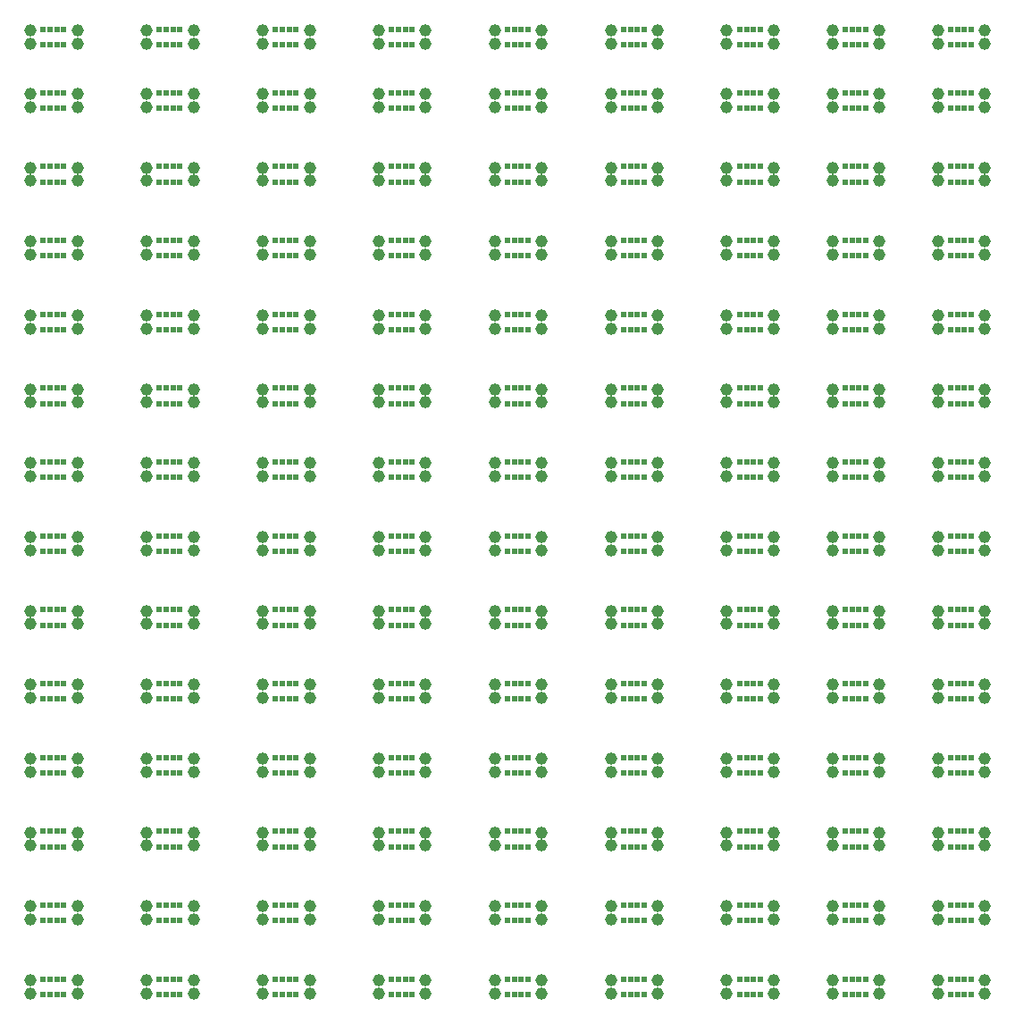
<source format=gts>
G75*
%MOIN*%
%OFA0B0*%
%FSLAX25Y25*%
%IPPOS*%
%LPD*%
%AMOC8*
5,1,8,0,0,1.08239X$1,22.5*
%
%ADD10C,0.04572*%
%ADD11R,0.02375X0.02375*%
D10*
X0023938Y0020434D03*
X0023938Y0025355D03*
X0041536Y0025355D03*
X0041536Y0020434D03*
X0067245Y0020434D03*
X0067245Y0025355D03*
X0084843Y0025355D03*
X0084843Y0020434D03*
X0110552Y0020434D03*
X0110552Y0025355D03*
X0128150Y0025355D03*
X0128150Y0020434D03*
X0153859Y0020434D03*
X0153859Y0025355D03*
X0171457Y0025355D03*
X0171457Y0020434D03*
X0197166Y0020434D03*
X0197166Y0025355D03*
X0214765Y0025355D03*
X0214765Y0020434D03*
X0240473Y0020434D03*
X0240473Y0025355D03*
X0258072Y0025355D03*
X0258072Y0020434D03*
X0283780Y0020434D03*
X0283780Y0025355D03*
X0301379Y0025355D03*
X0301379Y0020434D03*
X0323150Y0020434D03*
X0323150Y0025355D03*
X0340749Y0025355D03*
X0340749Y0020434D03*
X0362520Y0020434D03*
X0362520Y0025355D03*
X0380119Y0025355D03*
X0380119Y0020434D03*
X0380119Y0047993D03*
X0380119Y0052914D03*
X0362520Y0052914D03*
X0362520Y0047993D03*
X0340749Y0047993D03*
X0340749Y0052914D03*
X0323150Y0052914D03*
X0323150Y0047993D03*
X0301379Y0047993D03*
X0301379Y0052914D03*
X0283780Y0052914D03*
X0283780Y0047993D03*
X0258072Y0047993D03*
X0258072Y0052914D03*
X0240473Y0052914D03*
X0240473Y0047993D03*
X0214765Y0047993D03*
X0214765Y0052914D03*
X0197166Y0052914D03*
X0197166Y0047993D03*
X0171457Y0047993D03*
X0171457Y0052914D03*
X0153859Y0052914D03*
X0153859Y0047993D03*
X0128150Y0047993D03*
X0128150Y0052914D03*
X0110552Y0052914D03*
X0110552Y0047993D03*
X0084843Y0047993D03*
X0084843Y0052914D03*
X0067245Y0052914D03*
X0067245Y0047993D03*
X0041536Y0047993D03*
X0041536Y0052914D03*
X0023938Y0052914D03*
X0023938Y0047993D03*
X0023938Y0075552D03*
X0023938Y0080473D03*
X0041536Y0080473D03*
X0041536Y0075552D03*
X0067245Y0075552D03*
X0067245Y0080473D03*
X0084843Y0080473D03*
X0084843Y0075552D03*
X0110552Y0075552D03*
X0110552Y0080473D03*
X0128150Y0080473D03*
X0128150Y0075552D03*
X0153859Y0075552D03*
X0153859Y0080473D03*
X0171457Y0080473D03*
X0171457Y0075552D03*
X0197166Y0075552D03*
X0197166Y0080473D03*
X0214765Y0080473D03*
X0214765Y0075552D03*
X0240473Y0075552D03*
X0240473Y0080473D03*
X0258072Y0080473D03*
X0258072Y0075552D03*
X0283780Y0075552D03*
X0283780Y0080473D03*
X0301379Y0080473D03*
X0301379Y0075552D03*
X0323150Y0075552D03*
X0323150Y0080473D03*
X0340749Y0080473D03*
X0340749Y0075552D03*
X0362520Y0075552D03*
X0362520Y0080473D03*
X0380119Y0080473D03*
X0380119Y0075552D03*
X0380119Y0103111D03*
X0380119Y0108032D03*
X0362520Y0108032D03*
X0362520Y0103111D03*
X0340749Y0103111D03*
X0340749Y0108032D03*
X0323150Y0108032D03*
X0323150Y0103111D03*
X0301379Y0103111D03*
X0301379Y0108032D03*
X0283780Y0108032D03*
X0283780Y0103111D03*
X0258072Y0103111D03*
X0258072Y0108032D03*
X0240473Y0108032D03*
X0240473Y0103111D03*
X0214765Y0103111D03*
X0214765Y0108032D03*
X0197166Y0108032D03*
X0197166Y0103111D03*
X0171457Y0103111D03*
X0171457Y0108032D03*
X0153859Y0108032D03*
X0153859Y0103111D03*
X0128150Y0103111D03*
X0128150Y0108032D03*
X0110552Y0108032D03*
X0110552Y0103111D03*
X0084843Y0103111D03*
X0084843Y0108032D03*
X0067245Y0108032D03*
X0067245Y0103111D03*
X0041536Y0103111D03*
X0041536Y0108032D03*
X0023938Y0108032D03*
X0023938Y0103111D03*
X0023938Y0130670D03*
X0023938Y0135591D03*
X0041536Y0135591D03*
X0041536Y0130670D03*
X0067245Y0130670D03*
X0067245Y0135591D03*
X0084843Y0135591D03*
X0084843Y0130670D03*
X0110552Y0130670D03*
X0110552Y0135591D03*
X0128150Y0135591D03*
X0128150Y0130670D03*
X0153859Y0130670D03*
X0153859Y0135591D03*
X0171457Y0135591D03*
X0171457Y0130670D03*
X0197166Y0130670D03*
X0197166Y0135591D03*
X0214765Y0135591D03*
X0214765Y0130670D03*
X0240473Y0130670D03*
X0240473Y0135591D03*
X0258072Y0135591D03*
X0258072Y0130670D03*
X0283780Y0130670D03*
X0283780Y0135591D03*
X0301379Y0135591D03*
X0301379Y0130670D03*
X0323150Y0130670D03*
X0323150Y0135591D03*
X0340749Y0135591D03*
X0340749Y0130670D03*
X0362520Y0130670D03*
X0362520Y0135591D03*
X0380119Y0135591D03*
X0380119Y0130670D03*
X0380119Y0158229D03*
X0380119Y0163150D03*
X0362520Y0163150D03*
X0362520Y0158229D03*
X0340749Y0158229D03*
X0340749Y0163150D03*
X0323150Y0163150D03*
X0323150Y0158229D03*
X0301379Y0158229D03*
X0301379Y0163150D03*
X0283780Y0163150D03*
X0283780Y0158229D03*
X0258072Y0158229D03*
X0258072Y0163150D03*
X0240473Y0163150D03*
X0240473Y0158229D03*
X0214765Y0158229D03*
X0214765Y0163150D03*
X0197166Y0163150D03*
X0197166Y0158229D03*
X0171457Y0158229D03*
X0171457Y0163150D03*
X0153859Y0163150D03*
X0153859Y0158229D03*
X0128150Y0158229D03*
X0128150Y0163150D03*
X0110552Y0163150D03*
X0110552Y0158229D03*
X0084843Y0158229D03*
X0084843Y0163150D03*
X0067245Y0163150D03*
X0067245Y0158229D03*
X0041536Y0158229D03*
X0041536Y0163150D03*
X0023938Y0163150D03*
X0023938Y0158229D03*
X0023938Y0185788D03*
X0023938Y0190709D03*
X0041536Y0190709D03*
X0041536Y0185788D03*
X0067245Y0185788D03*
X0067245Y0190709D03*
X0084843Y0190709D03*
X0084843Y0185788D03*
X0110552Y0185788D03*
X0110552Y0190709D03*
X0128150Y0190709D03*
X0128150Y0185788D03*
X0153859Y0185788D03*
X0153859Y0190709D03*
X0171457Y0190709D03*
X0171457Y0185788D03*
X0197166Y0185788D03*
X0197166Y0190709D03*
X0214765Y0190709D03*
X0214765Y0185788D03*
X0240473Y0185788D03*
X0240473Y0190709D03*
X0258072Y0190709D03*
X0258072Y0185788D03*
X0283780Y0185788D03*
X0283780Y0190709D03*
X0301379Y0190709D03*
X0301379Y0185788D03*
X0323150Y0185788D03*
X0323150Y0190709D03*
X0340749Y0190709D03*
X0340749Y0185788D03*
X0362520Y0185788D03*
X0362520Y0190709D03*
X0380119Y0190709D03*
X0380119Y0185788D03*
X0380119Y0213347D03*
X0380119Y0218269D03*
X0362520Y0218269D03*
X0362520Y0213347D03*
X0340749Y0213347D03*
X0340749Y0218269D03*
X0323150Y0218269D03*
X0323150Y0213347D03*
X0301379Y0213347D03*
X0301379Y0218269D03*
X0283780Y0218269D03*
X0283780Y0213347D03*
X0258072Y0213347D03*
X0258072Y0218269D03*
X0240473Y0218269D03*
X0240473Y0213347D03*
X0214765Y0213347D03*
X0214765Y0218269D03*
X0197166Y0218269D03*
X0197166Y0213347D03*
X0171457Y0213347D03*
X0171457Y0218269D03*
X0153859Y0218269D03*
X0153859Y0213347D03*
X0128150Y0213347D03*
X0128150Y0218269D03*
X0110552Y0218269D03*
X0110552Y0213347D03*
X0084843Y0213347D03*
X0084843Y0218269D03*
X0067245Y0218269D03*
X0067245Y0213347D03*
X0041536Y0213347D03*
X0041536Y0218269D03*
X0023938Y0218269D03*
X0023938Y0213347D03*
X0023938Y0240906D03*
X0023938Y0245828D03*
X0041536Y0245828D03*
X0041536Y0240906D03*
X0067245Y0240906D03*
X0067245Y0245828D03*
X0084843Y0245828D03*
X0084843Y0240906D03*
X0110552Y0240906D03*
X0110552Y0245828D03*
X0128150Y0245828D03*
X0128150Y0240906D03*
X0153859Y0240906D03*
X0153859Y0245828D03*
X0171457Y0245828D03*
X0171457Y0240906D03*
X0197166Y0240906D03*
X0197166Y0245828D03*
X0214765Y0245828D03*
X0214765Y0240906D03*
X0240473Y0240906D03*
X0240473Y0245828D03*
X0258072Y0245828D03*
X0258072Y0240906D03*
X0283780Y0240906D03*
X0283780Y0245828D03*
X0301379Y0245828D03*
X0301379Y0240906D03*
X0323150Y0240906D03*
X0323150Y0245828D03*
X0340749Y0245828D03*
X0340749Y0240906D03*
X0362520Y0240906D03*
X0362520Y0245828D03*
X0380119Y0245828D03*
X0380119Y0240906D03*
X0380119Y0268465D03*
X0380119Y0273387D03*
X0362520Y0273387D03*
X0362520Y0268465D03*
X0340749Y0268465D03*
X0340749Y0273387D03*
X0323150Y0273387D03*
X0323150Y0268465D03*
X0301379Y0268465D03*
X0301379Y0273387D03*
X0283780Y0273387D03*
X0283780Y0268465D03*
X0258072Y0268465D03*
X0258072Y0273387D03*
X0240473Y0273387D03*
X0240473Y0268465D03*
X0214765Y0268465D03*
X0214765Y0273387D03*
X0197166Y0273387D03*
X0197166Y0268465D03*
X0171457Y0268465D03*
X0171457Y0273387D03*
X0153859Y0273387D03*
X0153859Y0268465D03*
X0128150Y0268465D03*
X0128150Y0273387D03*
X0110552Y0273387D03*
X0110552Y0268465D03*
X0084843Y0268465D03*
X0084843Y0273387D03*
X0067245Y0273387D03*
X0067245Y0268465D03*
X0041536Y0268465D03*
X0041536Y0273387D03*
X0023938Y0273387D03*
X0023938Y0268465D03*
X0023938Y0296024D03*
X0023938Y0300946D03*
X0041536Y0300946D03*
X0041536Y0296024D03*
X0067245Y0296024D03*
X0067245Y0300946D03*
X0084843Y0300946D03*
X0084843Y0296024D03*
X0110552Y0296024D03*
X0110552Y0300946D03*
X0128150Y0300946D03*
X0128150Y0296024D03*
X0153859Y0296024D03*
X0153859Y0300946D03*
X0171457Y0300946D03*
X0171457Y0296024D03*
X0197166Y0296024D03*
X0197166Y0300946D03*
X0214765Y0300946D03*
X0214765Y0296024D03*
X0240473Y0296024D03*
X0240473Y0300946D03*
X0258072Y0300946D03*
X0258072Y0296024D03*
X0283780Y0296024D03*
X0283780Y0300946D03*
X0301379Y0300946D03*
X0301379Y0296024D03*
X0323150Y0296024D03*
X0323150Y0300946D03*
X0340749Y0300946D03*
X0340749Y0296024D03*
X0362520Y0296024D03*
X0362520Y0300946D03*
X0380119Y0300946D03*
X0380119Y0296024D03*
X0380119Y0323583D03*
X0380119Y0328505D03*
X0362520Y0328505D03*
X0362520Y0323583D03*
X0340749Y0323583D03*
X0340749Y0328505D03*
X0323150Y0328505D03*
X0323150Y0323583D03*
X0301379Y0323583D03*
X0301379Y0328505D03*
X0283780Y0328505D03*
X0283780Y0323583D03*
X0258072Y0323583D03*
X0258072Y0328505D03*
X0240473Y0328505D03*
X0240473Y0323583D03*
X0214765Y0323583D03*
X0214765Y0328505D03*
X0197166Y0328505D03*
X0197166Y0323583D03*
X0171457Y0323583D03*
X0171457Y0328505D03*
X0153859Y0328505D03*
X0153859Y0323583D03*
X0128150Y0323583D03*
X0128150Y0328505D03*
X0110552Y0328505D03*
X0110552Y0323583D03*
X0084843Y0323583D03*
X0084843Y0328505D03*
X0067245Y0328505D03*
X0067245Y0323583D03*
X0041536Y0323583D03*
X0041536Y0328505D03*
X0023938Y0328505D03*
X0023938Y0323583D03*
X0023938Y0351143D03*
X0023938Y0356064D03*
X0041536Y0356064D03*
X0041536Y0351143D03*
X0041536Y0374765D03*
X0041536Y0379686D03*
X0023938Y0379686D03*
X0023938Y0374765D03*
X0067245Y0374765D03*
X0067245Y0379686D03*
X0084843Y0379686D03*
X0084843Y0374765D03*
X0084843Y0356064D03*
X0084843Y0351143D03*
X0067245Y0351143D03*
X0067245Y0356064D03*
X0110552Y0356064D03*
X0110552Y0351143D03*
X0128150Y0351143D03*
X0128150Y0356064D03*
X0128150Y0374765D03*
X0128150Y0379686D03*
X0110552Y0379686D03*
X0110552Y0374765D03*
X0153859Y0374765D03*
X0153859Y0379686D03*
X0171457Y0379686D03*
X0171457Y0374765D03*
X0171457Y0356064D03*
X0171457Y0351143D03*
X0153859Y0351143D03*
X0153859Y0356064D03*
X0197166Y0356064D03*
X0197166Y0351143D03*
X0214765Y0351143D03*
X0214765Y0356064D03*
X0214765Y0374765D03*
X0214765Y0379686D03*
X0197166Y0379686D03*
X0197166Y0374765D03*
X0240473Y0374765D03*
X0240473Y0379686D03*
X0258072Y0379686D03*
X0258072Y0374765D03*
X0258072Y0356064D03*
X0258072Y0351143D03*
X0240473Y0351143D03*
X0240473Y0356064D03*
X0283780Y0356064D03*
X0283780Y0351143D03*
X0301379Y0351143D03*
X0301379Y0356064D03*
X0301379Y0374765D03*
X0301379Y0379686D03*
X0283780Y0379686D03*
X0283780Y0374765D03*
X0323150Y0374765D03*
X0323150Y0379686D03*
X0340749Y0379686D03*
X0340749Y0374765D03*
X0340749Y0356064D03*
X0340749Y0351143D03*
X0323150Y0351143D03*
X0323150Y0356064D03*
X0362520Y0356064D03*
X0362520Y0351143D03*
X0380119Y0351143D03*
X0380119Y0356064D03*
X0380119Y0374765D03*
X0380119Y0379686D03*
X0362520Y0379686D03*
X0362520Y0374765D03*
D11*
X0367343Y0374391D03*
X0369902Y0374391D03*
X0372461Y0374391D03*
X0375020Y0374391D03*
X0375020Y0380099D03*
X0372461Y0380099D03*
X0369902Y0380099D03*
X0367343Y0380099D03*
X0367343Y0356477D03*
X0369902Y0356477D03*
X0372461Y0356477D03*
X0375020Y0356477D03*
X0375020Y0350769D03*
X0372461Y0350769D03*
X0369902Y0350769D03*
X0367343Y0350769D03*
X0367343Y0328918D03*
X0369902Y0328918D03*
X0372461Y0328918D03*
X0375020Y0328918D03*
X0375020Y0323209D03*
X0372461Y0323209D03*
X0369902Y0323209D03*
X0367343Y0323209D03*
X0367343Y0301359D03*
X0369902Y0301359D03*
X0372461Y0301359D03*
X0375020Y0301359D03*
X0375020Y0295650D03*
X0372461Y0295650D03*
X0369902Y0295650D03*
X0367343Y0295650D03*
X0367343Y0273800D03*
X0369902Y0273800D03*
X0372461Y0273800D03*
X0375020Y0273800D03*
X0375020Y0268091D03*
X0372461Y0268091D03*
X0369902Y0268091D03*
X0367343Y0268091D03*
X0367343Y0246241D03*
X0369902Y0246241D03*
X0372461Y0246241D03*
X0375020Y0246241D03*
X0375020Y0240532D03*
X0372461Y0240532D03*
X0369902Y0240532D03*
X0367343Y0240532D03*
X0367343Y0218682D03*
X0369902Y0218682D03*
X0372461Y0218682D03*
X0375020Y0218682D03*
X0375020Y0212973D03*
X0372461Y0212973D03*
X0369902Y0212973D03*
X0367343Y0212973D03*
X0367343Y0191123D03*
X0369902Y0191123D03*
X0372461Y0191123D03*
X0375020Y0191123D03*
X0375020Y0185414D03*
X0372461Y0185414D03*
X0369902Y0185414D03*
X0367343Y0185414D03*
X0367343Y0163564D03*
X0369902Y0163564D03*
X0372461Y0163564D03*
X0375020Y0163564D03*
X0375020Y0157855D03*
X0372461Y0157855D03*
X0369902Y0157855D03*
X0367343Y0157855D03*
X0367343Y0136005D03*
X0369902Y0136005D03*
X0372461Y0136005D03*
X0375020Y0136005D03*
X0375020Y0130296D03*
X0372461Y0130296D03*
X0369902Y0130296D03*
X0367343Y0130296D03*
X0367343Y0108446D03*
X0369902Y0108446D03*
X0372461Y0108446D03*
X0375020Y0108446D03*
X0375020Y0102737D03*
X0372461Y0102737D03*
X0369902Y0102737D03*
X0367343Y0102737D03*
X0367343Y0080887D03*
X0369902Y0080887D03*
X0372461Y0080887D03*
X0375020Y0080887D03*
X0375020Y0075178D03*
X0372461Y0075178D03*
X0369902Y0075178D03*
X0367343Y0075178D03*
X0367343Y0053328D03*
X0369902Y0053328D03*
X0372461Y0053328D03*
X0375020Y0053328D03*
X0375020Y0047619D03*
X0372461Y0047619D03*
X0369902Y0047619D03*
X0367343Y0047619D03*
X0367343Y0025769D03*
X0369902Y0025769D03*
X0372461Y0025769D03*
X0375020Y0025769D03*
X0375020Y0020060D03*
X0372461Y0020060D03*
X0369902Y0020060D03*
X0367343Y0020060D03*
X0335650Y0020060D03*
X0333091Y0020060D03*
X0330532Y0020060D03*
X0327973Y0020060D03*
X0327973Y0025769D03*
X0330532Y0025769D03*
X0333091Y0025769D03*
X0335650Y0025769D03*
X0335650Y0047619D03*
X0333091Y0047619D03*
X0330532Y0047619D03*
X0327973Y0047619D03*
X0327973Y0053328D03*
X0330532Y0053328D03*
X0333091Y0053328D03*
X0335650Y0053328D03*
X0335650Y0075178D03*
X0333091Y0075178D03*
X0330532Y0075178D03*
X0327973Y0075178D03*
X0327973Y0080887D03*
X0330532Y0080887D03*
X0333091Y0080887D03*
X0335650Y0080887D03*
X0335650Y0102737D03*
X0333091Y0102737D03*
X0330532Y0102737D03*
X0327973Y0102737D03*
X0327973Y0108446D03*
X0330532Y0108446D03*
X0333091Y0108446D03*
X0335650Y0108446D03*
X0335650Y0130296D03*
X0333091Y0130296D03*
X0330532Y0130296D03*
X0327973Y0130296D03*
X0327973Y0136005D03*
X0330532Y0136005D03*
X0333091Y0136005D03*
X0335650Y0136005D03*
X0335650Y0157855D03*
X0333091Y0157855D03*
X0330532Y0157855D03*
X0327973Y0157855D03*
X0327973Y0163564D03*
X0330532Y0163564D03*
X0333091Y0163564D03*
X0335650Y0163564D03*
X0335650Y0185414D03*
X0333091Y0185414D03*
X0330532Y0185414D03*
X0327973Y0185414D03*
X0327973Y0191123D03*
X0330532Y0191123D03*
X0333091Y0191123D03*
X0335650Y0191123D03*
X0335650Y0212973D03*
X0333091Y0212973D03*
X0330532Y0212973D03*
X0327973Y0212973D03*
X0327973Y0218682D03*
X0330532Y0218682D03*
X0333091Y0218682D03*
X0335650Y0218682D03*
X0335650Y0240532D03*
X0333091Y0240532D03*
X0330532Y0240532D03*
X0327973Y0240532D03*
X0327973Y0246241D03*
X0330532Y0246241D03*
X0333091Y0246241D03*
X0335650Y0246241D03*
X0335650Y0268091D03*
X0333091Y0268091D03*
X0330532Y0268091D03*
X0327973Y0268091D03*
X0327973Y0273800D03*
X0330532Y0273800D03*
X0333091Y0273800D03*
X0335650Y0273800D03*
X0335650Y0295650D03*
X0333091Y0295650D03*
X0330532Y0295650D03*
X0327973Y0295650D03*
X0327973Y0301359D03*
X0330532Y0301359D03*
X0333091Y0301359D03*
X0335650Y0301359D03*
X0335650Y0323209D03*
X0333091Y0323209D03*
X0330532Y0323209D03*
X0327973Y0323209D03*
X0327973Y0328918D03*
X0330532Y0328918D03*
X0333091Y0328918D03*
X0335650Y0328918D03*
X0335650Y0350769D03*
X0333091Y0350769D03*
X0330532Y0350769D03*
X0327973Y0350769D03*
X0327973Y0356477D03*
X0330532Y0356477D03*
X0333091Y0356477D03*
X0335650Y0356477D03*
X0335650Y0374391D03*
X0333091Y0374391D03*
X0330532Y0374391D03*
X0327973Y0374391D03*
X0327973Y0380099D03*
X0330532Y0380099D03*
X0333091Y0380099D03*
X0335650Y0380099D03*
X0296280Y0380099D03*
X0293721Y0380099D03*
X0291162Y0380099D03*
X0288603Y0380099D03*
X0288603Y0374391D03*
X0291162Y0374391D03*
X0293721Y0374391D03*
X0296280Y0374391D03*
X0296280Y0356477D03*
X0293721Y0356477D03*
X0291162Y0356477D03*
X0288603Y0356477D03*
X0288603Y0350769D03*
X0291162Y0350769D03*
X0293721Y0350769D03*
X0296280Y0350769D03*
X0296280Y0328918D03*
X0293721Y0328918D03*
X0291162Y0328918D03*
X0288603Y0328918D03*
X0288603Y0323209D03*
X0291162Y0323209D03*
X0293721Y0323209D03*
X0296280Y0323209D03*
X0296280Y0301359D03*
X0293721Y0301359D03*
X0291162Y0301359D03*
X0288603Y0301359D03*
X0288603Y0295650D03*
X0291162Y0295650D03*
X0293721Y0295650D03*
X0296280Y0295650D03*
X0296280Y0273800D03*
X0293721Y0273800D03*
X0291162Y0273800D03*
X0288603Y0273800D03*
X0288603Y0268091D03*
X0291162Y0268091D03*
X0293721Y0268091D03*
X0296280Y0268091D03*
X0296280Y0246241D03*
X0293721Y0246241D03*
X0291162Y0246241D03*
X0288603Y0246241D03*
X0288603Y0240532D03*
X0291162Y0240532D03*
X0293721Y0240532D03*
X0296280Y0240532D03*
X0296280Y0218682D03*
X0293721Y0218682D03*
X0291162Y0218682D03*
X0288603Y0218682D03*
X0288603Y0212973D03*
X0291162Y0212973D03*
X0293721Y0212973D03*
X0296280Y0212973D03*
X0296280Y0191123D03*
X0293721Y0191123D03*
X0291162Y0191123D03*
X0288603Y0191123D03*
X0288603Y0185414D03*
X0291162Y0185414D03*
X0293721Y0185414D03*
X0296280Y0185414D03*
X0296280Y0163564D03*
X0293721Y0163564D03*
X0291162Y0163564D03*
X0288603Y0163564D03*
X0288603Y0157855D03*
X0291162Y0157855D03*
X0293721Y0157855D03*
X0296280Y0157855D03*
X0296280Y0136005D03*
X0293721Y0136005D03*
X0291162Y0136005D03*
X0288603Y0136005D03*
X0288603Y0130296D03*
X0291162Y0130296D03*
X0293721Y0130296D03*
X0296280Y0130296D03*
X0296280Y0108446D03*
X0293721Y0108446D03*
X0291162Y0108446D03*
X0288603Y0108446D03*
X0288603Y0102737D03*
X0291162Y0102737D03*
X0293721Y0102737D03*
X0296280Y0102737D03*
X0296280Y0080887D03*
X0293721Y0080887D03*
X0291162Y0080887D03*
X0288603Y0080887D03*
X0288603Y0075178D03*
X0291162Y0075178D03*
X0293721Y0075178D03*
X0296280Y0075178D03*
X0296280Y0053328D03*
X0293721Y0053328D03*
X0291162Y0053328D03*
X0288603Y0053328D03*
X0288603Y0047619D03*
X0291162Y0047619D03*
X0293721Y0047619D03*
X0296280Y0047619D03*
X0296280Y0025769D03*
X0293721Y0025769D03*
X0291162Y0025769D03*
X0288603Y0025769D03*
X0288603Y0020060D03*
X0291162Y0020060D03*
X0293721Y0020060D03*
X0296280Y0020060D03*
X0252973Y0020060D03*
X0250414Y0020060D03*
X0247855Y0020060D03*
X0245296Y0020060D03*
X0245296Y0025769D03*
X0247855Y0025769D03*
X0250414Y0025769D03*
X0252973Y0025769D03*
X0252973Y0047619D03*
X0250414Y0047619D03*
X0247855Y0047619D03*
X0245296Y0047619D03*
X0245296Y0053328D03*
X0247855Y0053328D03*
X0250414Y0053328D03*
X0252973Y0053328D03*
X0252973Y0075178D03*
X0250414Y0075178D03*
X0247855Y0075178D03*
X0245296Y0075178D03*
X0245296Y0080887D03*
X0247855Y0080887D03*
X0250414Y0080887D03*
X0252973Y0080887D03*
X0252973Y0102737D03*
X0250414Y0102737D03*
X0247855Y0102737D03*
X0245296Y0102737D03*
X0245296Y0108446D03*
X0247855Y0108446D03*
X0250414Y0108446D03*
X0252973Y0108446D03*
X0252973Y0130296D03*
X0250414Y0130296D03*
X0247855Y0130296D03*
X0245296Y0130296D03*
X0245296Y0136005D03*
X0247855Y0136005D03*
X0250414Y0136005D03*
X0252973Y0136005D03*
X0252973Y0157855D03*
X0250414Y0157855D03*
X0247855Y0157855D03*
X0245296Y0157855D03*
X0245296Y0163564D03*
X0247855Y0163564D03*
X0250414Y0163564D03*
X0252973Y0163564D03*
X0252973Y0185414D03*
X0250414Y0185414D03*
X0247855Y0185414D03*
X0245296Y0185414D03*
X0245296Y0191123D03*
X0247855Y0191123D03*
X0250414Y0191123D03*
X0252973Y0191123D03*
X0252973Y0212973D03*
X0250414Y0212973D03*
X0247855Y0212973D03*
X0245296Y0212973D03*
X0245296Y0218682D03*
X0247855Y0218682D03*
X0250414Y0218682D03*
X0252973Y0218682D03*
X0252973Y0240532D03*
X0250414Y0240532D03*
X0247855Y0240532D03*
X0245296Y0240532D03*
X0245296Y0246241D03*
X0247855Y0246241D03*
X0250414Y0246241D03*
X0252973Y0246241D03*
X0252973Y0268091D03*
X0250414Y0268091D03*
X0247855Y0268091D03*
X0245296Y0268091D03*
X0245296Y0273800D03*
X0247855Y0273800D03*
X0250414Y0273800D03*
X0252973Y0273800D03*
X0252973Y0295650D03*
X0250414Y0295650D03*
X0247855Y0295650D03*
X0245296Y0295650D03*
X0245296Y0301359D03*
X0247855Y0301359D03*
X0250414Y0301359D03*
X0252973Y0301359D03*
X0252973Y0323209D03*
X0250414Y0323209D03*
X0247855Y0323209D03*
X0245296Y0323209D03*
X0245296Y0328918D03*
X0247855Y0328918D03*
X0250414Y0328918D03*
X0252973Y0328918D03*
X0252973Y0350769D03*
X0250414Y0350769D03*
X0247855Y0350769D03*
X0245296Y0350769D03*
X0245296Y0356477D03*
X0247855Y0356477D03*
X0250414Y0356477D03*
X0252973Y0356477D03*
X0252973Y0374391D03*
X0250414Y0374391D03*
X0247855Y0374391D03*
X0245296Y0374391D03*
X0245296Y0380099D03*
X0247855Y0380099D03*
X0250414Y0380099D03*
X0252973Y0380099D03*
X0209666Y0380099D03*
X0207107Y0380099D03*
X0204548Y0380099D03*
X0201989Y0380099D03*
X0201989Y0374391D03*
X0204548Y0374391D03*
X0207107Y0374391D03*
X0209666Y0374391D03*
X0209666Y0356477D03*
X0207107Y0356477D03*
X0204548Y0356477D03*
X0201989Y0356477D03*
X0201989Y0350769D03*
X0204548Y0350769D03*
X0207107Y0350769D03*
X0209666Y0350769D03*
X0209666Y0328918D03*
X0207107Y0328918D03*
X0204548Y0328918D03*
X0201989Y0328918D03*
X0201989Y0323209D03*
X0204548Y0323209D03*
X0207107Y0323209D03*
X0209666Y0323209D03*
X0209666Y0301359D03*
X0207107Y0301359D03*
X0204548Y0301359D03*
X0201989Y0301359D03*
X0201989Y0295650D03*
X0204548Y0295650D03*
X0207107Y0295650D03*
X0209666Y0295650D03*
X0209666Y0273800D03*
X0207107Y0273800D03*
X0204548Y0273800D03*
X0201989Y0273800D03*
X0201989Y0268091D03*
X0204548Y0268091D03*
X0207107Y0268091D03*
X0209666Y0268091D03*
X0209666Y0246241D03*
X0207107Y0246241D03*
X0204548Y0246241D03*
X0201989Y0246241D03*
X0201989Y0240532D03*
X0204548Y0240532D03*
X0207107Y0240532D03*
X0209666Y0240532D03*
X0209666Y0218682D03*
X0207107Y0218682D03*
X0204548Y0218682D03*
X0201989Y0218682D03*
X0201989Y0212973D03*
X0204548Y0212973D03*
X0207107Y0212973D03*
X0209666Y0212973D03*
X0209666Y0191123D03*
X0207107Y0191123D03*
X0204548Y0191123D03*
X0201989Y0191123D03*
X0201989Y0185414D03*
X0204548Y0185414D03*
X0207107Y0185414D03*
X0209666Y0185414D03*
X0209666Y0163564D03*
X0207107Y0163564D03*
X0204548Y0163564D03*
X0201989Y0163564D03*
X0201989Y0157855D03*
X0204548Y0157855D03*
X0207107Y0157855D03*
X0209666Y0157855D03*
X0209666Y0136005D03*
X0207107Y0136005D03*
X0204548Y0136005D03*
X0201989Y0136005D03*
X0201989Y0130296D03*
X0204548Y0130296D03*
X0207107Y0130296D03*
X0209666Y0130296D03*
X0209666Y0108446D03*
X0207107Y0108446D03*
X0204548Y0108446D03*
X0201989Y0108446D03*
X0201989Y0102737D03*
X0204548Y0102737D03*
X0207107Y0102737D03*
X0209666Y0102737D03*
X0209666Y0080887D03*
X0207107Y0080887D03*
X0204548Y0080887D03*
X0201989Y0080887D03*
X0201989Y0075178D03*
X0204548Y0075178D03*
X0207107Y0075178D03*
X0209666Y0075178D03*
X0209666Y0053328D03*
X0207107Y0053328D03*
X0204548Y0053328D03*
X0201989Y0053328D03*
X0201989Y0047619D03*
X0204548Y0047619D03*
X0207107Y0047619D03*
X0209666Y0047619D03*
X0209666Y0025769D03*
X0207107Y0025769D03*
X0204548Y0025769D03*
X0201989Y0025769D03*
X0201989Y0020060D03*
X0204548Y0020060D03*
X0207107Y0020060D03*
X0209666Y0020060D03*
X0166359Y0020060D03*
X0163800Y0020060D03*
X0161241Y0020060D03*
X0158682Y0020060D03*
X0158682Y0025769D03*
X0161241Y0025769D03*
X0163800Y0025769D03*
X0166359Y0025769D03*
X0166359Y0047619D03*
X0163800Y0047619D03*
X0161241Y0047619D03*
X0158682Y0047619D03*
X0158682Y0053328D03*
X0161241Y0053328D03*
X0163800Y0053328D03*
X0166359Y0053328D03*
X0166359Y0075178D03*
X0163800Y0075178D03*
X0161241Y0075178D03*
X0158682Y0075178D03*
X0158682Y0080887D03*
X0161241Y0080887D03*
X0163800Y0080887D03*
X0166359Y0080887D03*
X0166359Y0102737D03*
X0163800Y0102737D03*
X0161241Y0102737D03*
X0158682Y0102737D03*
X0158682Y0108446D03*
X0161241Y0108446D03*
X0163800Y0108446D03*
X0166359Y0108446D03*
X0166359Y0130296D03*
X0163800Y0130296D03*
X0161241Y0130296D03*
X0158682Y0130296D03*
X0158682Y0136005D03*
X0161241Y0136005D03*
X0163800Y0136005D03*
X0166359Y0136005D03*
X0166359Y0157855D03*
X0163800Y0157855D03*
X0161241Y0157855D03*
X0158682Y0157855D03*
X0158682Y0163564D03*
X0161241Y0163564D03*
X0163800Y0163564D03*
X0166359Y0163564D03*
X0166359Y0185414D03*
X0163800Y0185414D03*
X0161241Y0185414D03*
X0158682Y0185414D03*
X0158682Y0191123D03*
X0161241Y0191123D03*
X0163800Y0191123D03*
X0166359Y0191123D03*
X0166359Y0212973D03*
X0163800Y0212973D03*
X0161241Y0212973D03*
X0158682Y0212973D03*
X0158682Y0218682D03*
X0161241Y0218682D03*
X0163800Y0218682D03*
X0166359Y0218682D03*
X0166359Y0240532D03*
X0163800Y0240532D03*
X0161241Y0240532D03*
X0158682Y0240532D03*
X0158682Y0246241D03*
X0161241Y0246241D03*
X0163800Y0246241D03*
X0166359Y0246241D03*
X0166359Y0268091D03*
X0163800Y0268091D03*
X0161241Y0268091D03*
X0158682Y0268091D03*
X0158682Y0273800D03*
X0161241Y0273800D03*
X0163800Y0273800D03*
X0166359Y0273800D03*
X0166359Y0295650D03*
X0163800Y0295650D03*
X0161241Y0295650D03*
X0158682Y0295650D03*
X0158682Y0301359D03*
X0161241Y0301359D03*
X0163800Y0301359D03*
X0166359Y0301359D03*
X0166359Y0323209D03*
X0163800Y0323209D03*
X0161241Y0323209D03*
X0158682Y0323209D03*
X0158682Y0328918D03*
X0161241Y0328918D03*
X0163800Y0328918D03*
X0166359Y0328918D03*
X0166359Y0350769D03*
X0163800Y0350769D03*
X0161241Y0350769D03*
X0158682Y0350769D03*
X0158682Y0356477D03*
X0161241Y0356477D03*
X0163800Y0356477D03*
X0166359Y0356477D03*
X0166359Y0374391D03*
X0163800Y0374391D03*
X0161241Y0374391D03*
X0158682Y0374391D03*
X0158682Y0380099D03*
X0161241Y0380099D03*
X0163800Y0380099D03*
X0166359Y0380099D03*
X0123052Y0380099D03*
X0120493Y0380099D03*
X0117934Y0380099D03*
X0115375Y0380099D03*
X0115375Y0374391D03*
X0117934Y0374391D03*
X0120493Y0374391D03*
X0123052Y0374391D03*
X0123052Y0356477D03*
X0120493Y0356477D03*
X0117934Y0356477D03*
X0115375Y0356477D03*
X0115375Y0350769D03*
X0117934Y0350769D03*
X0120493Y0350769D03*
X0123052Y0350769D03*
X0123052Y0328918D03*
X0120493Y0328918D03*
X0117934Y0328918D03*
X0115375Y0328918D03*
X0115375Y0323209D03*
X0117934Y0323209D03*
X0120493Y0323209D03*
X0123052Y0323209D03*
X0123052Y0301359D03*
X0120493Y0301359D03*
X0117934Y0301359D03*
X0115375Y0301359D03*
X0115375Y0295650D03*
X0117934Y0295650D03*
X0120493Y0295650D03*
X0123052Y0295650D03*
X0123052Y0273800D03*
X0120493Y0273800D03*
X0117934Y0273800D03*
X0115375Y0273800D03*
X0115375Y0268091D03*
X0117934Y0268091D03*
X0120493Y0268091D03*
X0123052Y0268091D03*
X0123052Y0246241D03*
X0120493Y0246241D03*
X0117934Y0246241D03*
X0115375Y0246241D03*
X0115375Y0240532D03*
X0117934Y0240532D03*
X0120493Y0240532D03*
X0123052Y0240532D03*
X0123052Y0218682D03*
X0120493Y0218682D03*
X0117934Y0218682D03*
X0115375Y0218682D03*
X0115375Y0212973D03*
X0117934Y0212973D03*
X0120493Y0212973D03*
X0123052Y0212973D03*
X0123052Y0191123D03*
X0120493Y0191123D03*
X0117934Y0191123D03*
X0115375Y0191123D03*
X0115375Y0185414D03*
X0117934Y0185414D03*
X0120493Y0185414D03*
X0123052Y0185414D03*
X0123052Y0163564D03*
X0120493Y0163564D03*
X0117934Y0163564D03*
X0115375Y0163564D03*
X0115375Y0157855D03*
X0117934Y0157855D03*
X0120493Y0157855D03*
X0123052Y0157855D03*
X0123052Y0136005D03*
X0120493Y0136005D03*
X0117934Y0136005D03*
X0115375Y0136005D03*
X0115375Y0130296D03*
X0117934Y0130296D03*
X0120493Y0130296D03*
X0123052Y0130296D03*
X0123052Y0108446D03*
X0120493Y0108446D03*
X0117934Y0108446D03*
X0115375Y0108446D03*
X0115375Y0102737D03*
X0117934Y0102737D03*
X0120493Y0102737D03*
X0123052Y0102737D03*
X0123052Y0080887D03*
X0120493Y0080887D03*
X0117934Y0080887D03*
X0115375Y0080887D03*
X0115375Y0075178D03*
X0117934Y0075178D03*
X0120493Y0075178D03*
X0123052Y0075178D03*
X0123052Y0053328D03*
X0120493Y0053328D03*
X0117934Y0053328D03*
X0115375Y0053328D03*
X0115375Y0047619D03*
X0117934Y0047619D03*
X0120493Y0047619D03*
X0123052Y0047619D03*
X0123052Y0025769D03*
X0120493Y0025769D03*
X0117934Y0025769D03*
X0115375Y0025769D03*
X0115375Y0020060D03*
X0117934Y0020060D03*
X0120493Y0020060D03*
X0123052Y0020060D03*
X0079745Y0020060D03*
X0077186Y0020060D03*
X0074627Y0020060D03*
X0072068Y0020060D03*
X0072068Y0025769D03*
X0074627Y0025769D03*
X0077186Y0025769D03*
X0079745Y0025769D03*
X0079745Y0047619D03*
X0077186Y0047619D03*
X0074627Y0047619D03*
X0072068Y0047619D03*
X0072068Y0053328D03*
X0074627Y0053328D03*
X0077186Y0053328D03*
X0079745Y0053328D03*
X0079745Y0075178D03*
X0077186Y0075178D03*
X0074627Y0075178D03*
X0072068Y0075178D03*
X0072068Y0080887D03*
X0074627Y0080887D03*
X0077186Y0080887D03*
X0079745Y0080887D03*
X0079745Y0102737D03*
X0077186Y0102737D03*
X0074627Y0102737D03*
X0072068Y0102737D03*
X0072068Y0108446D03*
X0074627Y0108446D03*
X0077186Y0108446D03*
X0079745Y0108446D03*
X0079745Y0130296D03*
X0077186Y0130296D03*
X0074627Y0130296D03*
X0072068Y0130296D03*
X0072068Y0136005D03*
X0074627Y0136005D03*
X0077186Y0136005D03*
X0079745Y0136005D03*
X0079745Y0157855D03*
X0077186Y0157855D03*
X0074627Y0157855D03*
X0072068Y0157855D03*
X0072068Y0163564D03*
X0074627Y0163564D03*
X0077186Y0163564D03*
X0079745Y0163564D03*
X0079745Y0185414D03*
X0077186Y0185414D03*
X0074627Y0185414D03*
X0072068Y0185414D03*
X0072068Y0191123D03*
X0074627Y0191123D03*
X0077186Y0191123D03*
X0079745Y0191123D03*
X0079745Y0212973D03*
X0077186Y0212973D03*
X0074627Y0212973D03*
X0072068Y0212973D03*
X0072068Y0218682D03*
X0074627Y0218682D03*
X0077186Y0218682D03*
X0079745Y0218682D03*
X0079745Y0240532D03*
X0077186Y0240532D03*
X0074627Y0240532D03*
X0072068Y0240532D03*
X0072068Y0246241D03*
X0074627Y0246241D03*
X0077186Y0246241D03*
X0079745Y0246241D03*
X0079745Y0268091D03*
X0077186Y0268091D03*
X0074627Y0268091D03*
X0072068Y0268091D03*
X0072068Y0273800D03*
X0074627Y0273800D03*
X0077186Y0273800D03*
X0079745Y0273800D03*
X0079745Y0295650D03*
X0077186Y0295650D03*
X0074627Y0295650D03*
X0072068Y0295650D03*
X0072068Y0301359D03*
X0074627Y0301359D03*
X0077186Y0301359D03*
X0079745Y0301359D03*
X0079745Y0323209D03*
X0077186Y0323209D03*
X0074627Y0323209D03*
X0072068Y0323209D03*
X0072068Y0328918D03*
X0074627Y0328918D03*
X0077186Y0328918D03*
X0079745Y0328918D03*
X0079745Y0350769D03*
X0077186Y0350769D03*
X0074627Y0350769D03*
X0072068Y0350769D03*
X0072068Y0356477D03*
X0074627Y0356477D03*
X0077186Y0356477D03*
X0079745Y0356477D03*
X0079745Y0374391D03*
X0077186Y0374391D03*
X0074627Y0374391D03*
X0072068Y0374391D03*
X0072068Y0380099D03*
X0074627Y0380099D03*
X0077186Y0380099D03*
X0079745Y0380099D03*
X0036438Y0380099D03*
X0033879Y0380099D03*
X0031320Y0380099D03*
X0028761Y0380099D03*
X0028761Y0374391D03*
X0031320Y0374391D03*
X0033879Y0374391D03*
X0036438Y0374391D03*
X0036438Y0356477D03*
X0033879Y0356477D03*
X0031320Y0356477D03*
X0028761Y0356477D03*
X0028761Y0350769D03*
X0031320Y0350769D03*
X0033879Y0350769D03*
X0036438Y0350769D03*
X0036438Y0328918D03*
X0033879Y0328918D03*
X0031320Y0328918D03*
X0028761Y0328918D03*
X0028761Y0323209D03*
X0031320Y0323209D03*
X0033879Y0323209D03*
X0036438Y0323209D03*
X0036438Y0301359D03*
X0033879Y0301359D03*
X0031320Y0301359D03*
X0028761Y0301359D03*
X0028761Y0295650D03*
X0031320Y0295650D03*
X0033879Y0295650D03*
X0036438Y0295650D03*
X0036438Y0273800D03*
X0033879Y0273800D03*
X0031320Y0273800D03*
X0028761Y0273800D03*
X0028761Y0268091D03*
X0031320Y0268091D03*
X0033879Y0268091D03*
X0036438Y0268091D03*
X0036438Y0246241D03*
X0033879Y0246241D03*
X0031320Y0246241D03*
X0028761Y0246241D03*
X0028761Y0240532D03*
X0031320Y0240532D03*
X0033879Y0240532D03*
X0036438Y0240532D03*
X0036438Y0218682D03*
X0033879Y0218682D03*
X0031320Y0218682D03*
X0028761Y0218682D03*
X0028761Y0212973D03*
X0031320Y0212973D03*
X0033879Y0212973D03*
X0036438Y0212973D03*
X0036438Y0191123D03*
X0033879Y0191123D03*
X0031320Y0191123D03*
X0028761Y0191123D03*
X0028761Y0185414D03*
X0031320Y0185414D03*
X0033879Y0185414D03*
X0036438Y0185414D03*
X0036438Y0163564D03*
X0033879Y0163564D03*
X0031320Y0163564D03*
X0028761Y0163564D03*
X0028761Y0157855D03*
X0031320Y0157855D03*
X0033879Y0157855D03*
X0036438Y0157855D03*
X0036438Y0136005D03*
X0033879Y0136005D03*
X0031320Y0136005D03*
X0028761Y0136005D03*
X0028761Y0130296D03*
X0031320Y0130296D03*
X0033879Y0130296D03*
X0036438Y0130296D03*
X0036438Y0108446D03*
X0033879Y0108446D03*
X0031320Y0108446D03*
X0028761Y0108446D03*
X0028761Y0102737D03*
X0031320Y0102737D03*
X0033879Y0102737D03*
X0036438Y0102737D03*
X0036438Y0080887D03*
X0033879Y0080887D03*
X0031320Y0080887D03*
X0028761Y0080887D03*
X0028761Y0075178D03*
X0031320Y0075178D03*
X0033879Y0075178D03*
X0036438Y0075178D03*
X0036438Y0053328D03*
X0033879Y0053328D03*
X0031320Y0053328D03*
X0028761Y0053328D03*
X0028761Y0047619D03*
X0031320Y0047619D03*
X0033879Y0047619D03*
X0036438Y0047619D03*
X0036438Y0025769D03*
X0033879Y0025769D03*
X0031320Y0025769D03*
X0028761Y0025769D03*
X0028761Y0020060D03*
X0031320Y0020060D03*
X0033879Y0020060D03*
X0036438Y0020060D03*
M02*

</source>
